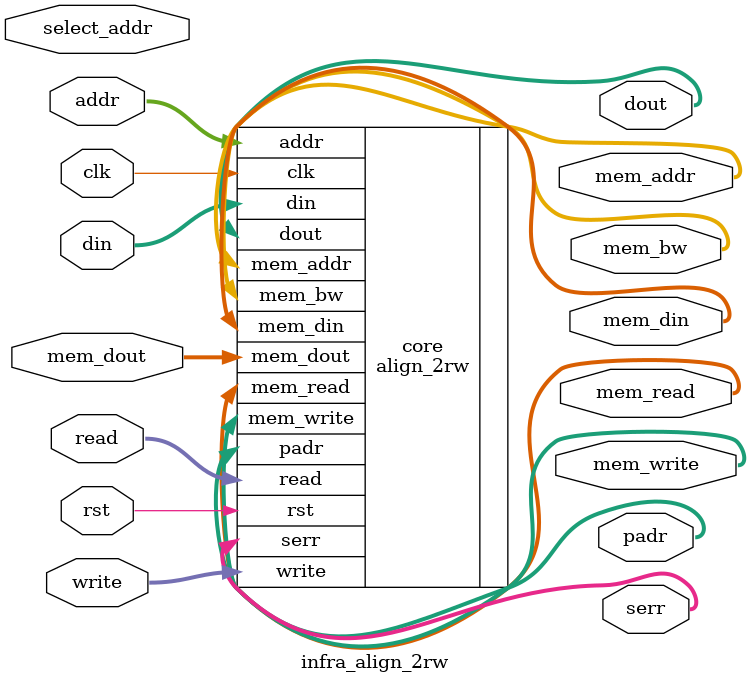
<source format=v>
module infra_align_2rw (write, read, addr, din, dout, serr, padr,
	                mem_write, mem_read, mem_addr, mem_bw, mem_din, mem_dout,
		        clk, rst,
		        select_addr);

  parameter WIDTH = 32;
  parameter PARITY = 1;
  parameter NUMADDR = 1024;
  parameter BITADDR = 10;
  parameter NUMWRDS = 4;
  parameter BITWRDS = 2;
  parameter NUMSROW = 256;
  parameter BITSROW = 8;
  parameter BITPADR = 10;
  parameter SRAM_DELAY = 2;
  parameter FLOPMEM = 0;
  parameter RSTZERO = 0;

  parameter MEMWDTH = WIDTH+PARITY;

  input [2-1:0] write;
  input [2-1:0] read;
  input [2*BITADDR-1:0] addr;
  input [2*WIDTH-1:0] din;
  output [2*WIDTH-1:0] dout;
  output [2-1:0] serr;
  output [2*BITPADR-1:0] padr;

  output [2-1:0] mem_write;
  output [2-1:0] mem_read;
  output [2*BITSROW-1:0] mem_addr;
  output [2*NUMWRDS*MEMWDTH-1:0] mem_bw;
  output [2*NUMWRDS*MEMWDTH-1:0] mem_din;
  input [2*NUMWRDS*MEMWDTH-1:0] mem_dout;

  input clk;
  input rst;

  input [BITADDR-1:0] select_addr;

  align_2rw #(.WIDTH (WIDTH), .PARITY (PARITY), .NUMADDR (NUMADDR), .BITADDR (BITADDR),
              .NUMWRDS (NUMWRDS), .BITWRDS (BITWRDS), .NUMSROW (NUMSROW), .BITSROW (BITSROW), .BITPADR (BITPADR),
              .SRAM_DELAY (SRAM_DELAY), .FLOPMEM (FLOPMEM))
    core (.write(write), .read(read), .addr(addr), .din(din), .dout(dout), .serr(serr), .padr(padr),
          .mem_write(mem_write), .mem_read(mem_read), .mem_addr(mem_addr), .mem_bw(mem_bw), .mem_din(mem_din), .mem_dout(mem_dout),
          .clk (clk), .rst (rst));

`ifdef FORMAL
assume_select_addr_range: assume property (@(posedge clk) disable iff (rst) (select_addr < NUMADDR));
assume_select_addr_stable: assume property (@(posedge clk) disable iff (rst) $stable(select_addr));

ip_top_sva_align_2rw #(
     .WIDTH       (WIDTH),
     .PARITY      (PARITY),
     .NUMADDR     (NUMADDR),
     .BITADDR     (BITADDR),
     .NUMWRDS     (NUMWRDS),
     .BITWRDS     (BITWRDS),
     .NUMSROW     (NUMSROW),
     .BITSROW     (BITSROW),
     .SRAM_DELAY  (SRAM_DELAY),
     .FLOPMEM     (FLOPMEM),
     .RSTZERO     (RSTZERO))
ip_top_sva (.*);

ip_top_sva_2_align_2rw #(
     .NUMADDR     (NUMADDR),
     .BITADDR     (BITADDR),
     .NUMSROW     (NUMSROW),
     .BITSROW     (BITSROW))
ip_top_sva_2 (.*);

`elsif SIM_SVA

genvar sva_int;
// generate for (sva_int=0; sva_int<WIDTH; sva_int=sva_int+1) begin
generate for (sva_int=0; sva_int<1; sva_int=sva_int+1) begin: sva_loop
  wire [BITADDR-1:0] help_addr = sva_int;
ip_top_sva_align_2rw #(
     .WIDTH       (WIDTH),
     .PARITY      (PARITY),
     .NUMADDR     (NUMADDR),
     .BITADDR     (BITADDR),
     .NUMWRDS     (NUMWRDS),
     .BITWRDS     (BITWRDS),
     .NUMSROW     (NUMSROW),
     .BITSROW     (BITSROW),
     .SRAM_DELAY  (SRAM_DELAY),
     .FLOPMEM     (FLOPMEM),
     .RSTZERO     (RSTZERO))
ip_top_sva (.select_addr(help_addr), .*);
end
endgenerate

ip_top_sva_2_align_2rw #(
     .NUMADDR     (NUMADDR),
     .BITADDR     (BITADDR),
     .NUMSROW     (NUMSROW),
     .BITSROW     (BITSROW))
ip_top_sva_2 (.*);

`endif

endmodule

</source>
